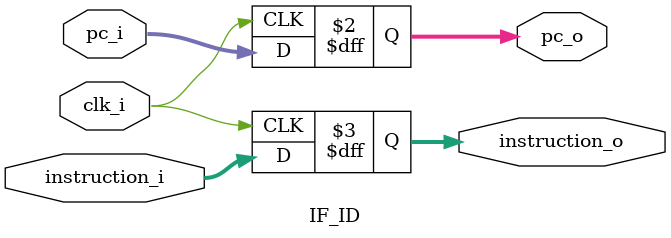
<source format=v>
module IF_ID
(
    clk_i,
    pc_i,
    pc_o,
    instruction_i,
    instruction_o
);

// Ports
input                   clk_i;
input       [31:0]      pc_i;
input       [31:0]      instruction_i;
output reg  [31:0]      pc_o;
output reg  [31:0]      instruction_o;


always@(posedge clk_i) begin
    pc_o <= pc_i;
    instruction_o <= instruction_i;
end
endmodule
</source>
